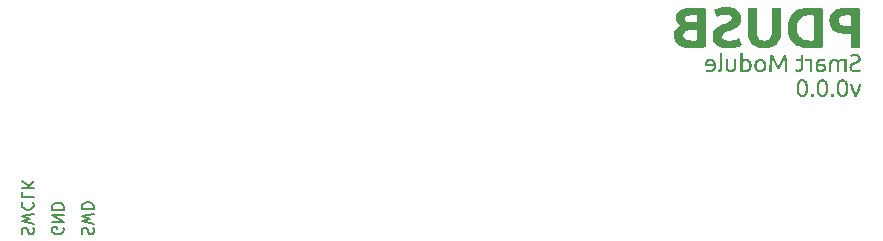
<source format=gbr>
%TF.GenerationSoftware,KiCad,Pcbnew,8.0.3*%
%TF.CreationDate,2024-06-27T20:48:53-04:00*%
%TF.ProjectId,charger-module,63686172-6765-4722-9d6d-6f64756c652e,v0.0.0*%
%TF.SameCoordinates,Original*%
%TF.FileFunction,Legend,Bot*%
%TF.FilePolarity,Positive*%
%FSLAX46Y46*%
G04 Gerber Fmt 4.6, Leading zero omitted, Abs format (unit mm)*
G04 Created by KiCad (PCBNEW 8.0.3) date 2024-06-27 20:48:53*
%MOMM*%
%LPD*%
G01*
G04 APERTURE LIST*
%ADD10C,0.150000*%
%ADD11C,0.200000*%
%ADD12C,0.650000*%
%ADD13O,2.100000X1.000000*%
%ADD14O,1.600000X1.000000*%
%ADD15R,1.700000X1.700000*%
%ADD16O,1.700000X1.700000*%
%ADD17R,3.200000X0.700000*%
%ADD18R,4.300000X0.700000*%
%ADD19C,6.000000*%
G04 APERTURE END LIST*
D10*
X13622561Y-21139411D02*
X13670180Y-21234649D01*
X13670180Y-21234649D02*
X13670180Y-21377506D01*
X13670180Y-21377506D02*
X13622561Y-21520363D01*
X13622561Y-21520363D02*
X13527323Y-21615601D01*
X13527323Y-21615601D02*
X13432085Y-21663220D01*
X13432085Y-21663220D02*
X13241609Y-21710839D01*
X13241609Y-21710839D02*
X13098752Y-21710839D01*
X13098752Y-21710839D02*
X12908276Y-21663220D01*
X12908276Y-21663220D02*
X12813038Y-21615601D01*
X12813038Y-21615601D02*
X12717800Y-21520363D01*
X12717800Y-21520363D02*
X12670180Y-21377506D01*
X12670180Y-21377506D02*
X12670180Y-21282268D01*
X12670180Y-21282268D02*
X12717800Y-21139411D01*
X12717800Y-21139411D02*
X12765419Y-21091792D01*
X12765419Y-21091792D02*
X13098752Y-21091792D01*
X13098752Y-21091792D02*
X13098752Y-21282268D01*
X12670180Y-20663220D02*
X13670180Y-20663220D01*
X13670180Y-20663220D02*
X12670180Y-20091792D01*
X12670180Y-20091792D02*
X13670180Y-20091792D01*
X12670180Y-19615601D02*
X13670180Y-19615601D01*
X13670180Y-19615601D02*
X13670180Y-19377506D01*
X13670180Y-19377506D02*
X13622561Y-19234649D01*
X13622561Y-19234649D02*
X13527323Y-19139411D01*
X13527323Y-19139411D02*
X13432085Y-19091792D01*
X13432085Y-19091792D02*
X13241609Y-19044173D01*
X13241609Y-19044173D02*
X13098752Y-19044173D01*
X13098752Y-19044173D02*
X12908276Y-19091792D01*
X12908276Y-19091792D02*
X12813038Y-19139411D01*
X12813038Y-19139411D02*
X12717800Y-19234649D01*
X12717800Y-19234649D02*
X12670180Y-19377506D01*
X12670180Y-19377506D02*
X12670180Y-19615601D01*
X10177800Y-21710839D02*
X10130180Y-21567982D01*
X10130180Y-21567982D02*
X10130180Y-21329887D01*
X10130180Y-21329887D02*
X10177800Y-21234649D01*
X10177800Y-21234649D02*
X10225419Y-21187030D01*
X10225419Y-21187030D02*
X10320657Y-21139411D01*
X10320657Y-21139411D02*
X10415895Y-21139411D01*
X10415895Y-21139411D02*
X10511133Y-21187030D01*
X10511133Y-21187030D02*
X10558752Y-21234649D01*
X10558752Y-21234649D02*
X10606371Y-21329887D01*
X10606371Y-21329887D02*
X10653990Y-21520363D01*
X10653990Y-21520363D02*
X10701609Y-21615601D01*
X10701609Y-21615601D02*
X10749228Y-21663220D01*
X10749228Y-21663220D02*
X10844466Y-21710839D01*
X10844466Y-21710839D02*
X10939704Y-21710839D01*
X10939704Y-21710839D02*
X11034942Y-21663220D01*
X11034942Y-21663220D02*
X11082561Y-21615601D01*
X11082561Y-21615601D02*
X11130180Y-21520363D01*
X11130180Y-21520363D02*
X11130180Y-21282268D01*
X11130180Y-21282268D02*
X11082561Y-21139411D01*
X11130180Y-20806077D02*
X10130180Y-20567982D01*
X10130180Y-20567982D02*
X10844466Y-20377506D01*
X10844466Y-20377506D02*
X10130180Y-20187030D01*
X10130180Y-20187030D02*
X11130180Y-19948935D01*
X10225419Y-18996554D02*
X10177800Y-19044173D01*
X10177800Y-19044173D02*
X10130180Y-19187030D01*
X10130180Y-19187030D02*
X10130180Y-19282268D01*
X10130180Y-19282268D02*
X10177800Y-19425125D01*
X10177800Y-19425125D02*
X10273038Y-19520363D01*
X10273038Y-19520363D02*
X10368276Y-19567982D01*
X10368276Y-19567982D02*
X10558752Y-19615601D01*
X10558752Y-19615601D02*
X10701609Y-19615601D01*
X10701609Y-19615601D02*
X10892085Y-19567982D01*
X10892085Y-19567982D02*
X10987323Y-19520363D01*
X10987323Y-19520363D02*
X11082561Y-19425125D01*
X11082561Y-19425125D02*
X11130180Y-19282268D01*
X11130180Y-19282268D02*
X11130180Y-19187030D01*
X11130180Y-19187030D02*
X11082561Y-19044173D01*
X11082561Y-19044173D02*
X11034942Y-18996554D01*
X10130180Y-18091792D02*
X10130180Y-18567982D01*
X10130180Y-18567982D02*
X11130180Y-18567982D01*
X10130180Y-17758458D02*
X11130180Y-17758458D01*
X10130180Y-17187030D02*
X10701609Y-17615601D01*
X11130180Y-17187030D02*
X10558752Y-17758458D01*
G36*
X80224546Y-8942976D02*
G01*
X80245595Y-9019970D01*
X80267525Y-9096162D01*
X80290337Y-9171553D01*
X80314030Y-9246142D01*
X80338605Y-9319930D01*
X80364062Y-9392917D01*
X80390400Y-9465102D01*
X80417620Y-9536486D01*
X80445166Y-9606542D01*
X80472483Y-9674743D01*
X80506307Y-9757386D01*
X80539774Y-9837131D01*
X80572882Y-9913978D01*
X80605633Y-9987927D01*
X80631577Y-10045000D01*
X80808897Y-10045000D01*
X80841371Y-9973369D01*
X80874220Y-9898840D01*
X80907445Y-9821414D01*
X80941046Y-9741089D01*
X80975022Y-9657866D01*
X81002474Y-9589202D01*
X81023220Y-9536486D01*
X81050440Y-9465102D01*
X81076778Y-9392917D01*
X81102234Y-9319930D01*
X81126810Y-9246142D01*
X81150503Y-9171553D01*
X81173315Y-9096162D01*
X81195245Y-9019970D01*
X81216294Y-8942976D01*
X81005268Y-8942976D01*
X80986763Y-9015146D01*
X80966007Y-9090606D01*
X80945184Y-9162062D01*
X80923038Y-9234469D01*
X80900104Y-9306518D01*
X80876384Y-9378209D01*
X80871545Y-9392505D01*
X80846973Y-9463037D01*
X80822258Y-9532210D01*
X80794906Y-9606729D01*
X80792411Y-9613422D01*
X80765224Y-9684034D01*
X80736750Y-9754943D01*
X80716207Y-9803932D01*
X80686370Y-9732016D01*
X80657648Y-9658978D01*
X80640369Y-9613422D01*
X80612836Y-9539052D01*
X80588107Y-9470015D01*
X80563663Y-9399619D01*
X80561235Y-9392505D01*
X80537163Y-9320885D01*
X80513951Y-9248907D01*
X80491597Y-9176572D01*
X80487229Y-9162062D01*
X80466406Y-9090606D01*
X80445650Y-9015146D01*
X80427145Y-8942976D01*
X80224546Y-8942976D01*
G37*
G36*
X79629685Y-8568580D02*
G01*
X79709987Y-8580000D01*
X79783283Y-8605125D01*
X79849572Y-8643954D01*
X79908854Y-8696487D01*
X79961130Y-8762725D01*
X79969109Y-8775068D01*
X80005205Y-8841636D01*
X80034969Y-8916290D01*
X80058400Y-8999030D01*
X80072585Y-9071043D01*
X80082717Y-9148231D01*
X80088796Y-9230595D01*
X80090823Y-9318133D01*
X80088796Y-9405671D01*
X80082717Y-9488034D01*
X80072585Y-9565223D01*
X80054220Y-9654431D01*
X80029523Y-9735553D01*
X79998493Y-9808590D01*
X79961130Y-9873541D01*
X79944483Y-9897143D01*
X79889872Y-9958812D01*
X79828254Y-10006777D01*
X79759630Y-10041038D01*
X79683998Y-10061595D01*
X79601360Y-10068447D01*
X79572993Y-10067685D01*
X79492596Y-10056265D01*
X79419257Y-10031141D01*
X79352977Y-9992312D01*
X79293755Y-9939779D01*
X79241591Y-9873541D01*
X79233589Y-9861198D01*
X79197391Y-9794630D01*
X79167543Y-9719976D01*
X79144046Y-9637236D01*
X79129821Y-9565223D01*
X79119660Y-9488034D01*
X79113563Y-9405671D01*
X79111531Y-9318133D01*
X79318527Y-9318133D01*
X79319887Y-9391563D01*
X79324523Y-9469526D01*
X79332449Y-9544546D01*
X79338202Y-9583572D01*
X79353727Y-9655906D01*
X79378611Y-9730659D01*
X79380671Y-9735596D01*
X79416804Y-9802100D01*
X79466172Y-9857421D01*
X79527446Y-9892592D01*
X79601360Y-9904316D01*
X79671025Y-9894012D01*
X79736549Y-9857421D01*
X79739962Y-9854436D01*
X79788631Y-9798107D01*
X79824110Y-9730659D01*
X79837481Y-9694580D01*
X79857569Y-9620692D01*
X79870638Y-9544546D01*
X79878356Y-9469526D01*
X79882870Y-9391563D01*
X79884193Y-9318133D01*
X79882870Y-9244738D01*
X79878356Y-9166897D01*
X79870638Y-9092086D01*
X79864760Y-9052935D01*
X79849064Y-8980429D01*
X79824110Y-8905607D01*
X79822050Y-8900670D01*
X79785916Y-8834257D01*
X79736549Y-8779211D01*
X79675274Y-8743765D01*
X79601360Y-8731950D01*
X79531696Y-8742334D01*
X79466172Y-8779211D01*
X79462759Y-8782174D01*
X79414090Y-8838239D01*
X79378611Y-8905607D01*
X79365257Y-8941703D01*
X79345295Y-9015716D01*
X79332449Y-9092086D01*
X79324523Y-9166897D01*
X79319887Y-9244738D01*
X79318527Y-9318133D01*
X79111531Y-9318133D01*
X79113563Y-9230595D01*
X79119660Y-9148231D01*
X79129821Y-9071043D01*
X79148237Y-8981835D01*
X79173005Y-8900712D01*
X79204122Y-8827675D01*
X79241591Y-8762725D01*
X79258194Y-8739123D01*
X79312711Y-8677453D01*
X79374286Y-8629488D01*
X79442919Y-8595227D01*
X79518611Y-8574671D01*
X79601360Y-8567819D01*
X79629685Y-8568580D01*
G37*
G36*
X78611444Y-9927763D02*
G01*
X78629453Y-9998918D01*
X78649546Y-10026681D01*
X78714420Y-10064368D01*
X78752494Y-10068447D01*
X78826733Y-10050460D01*
X78856175Y-10026681D01*
X78890926Y-9958546D01*
X78893911Y-9927763D01*
X78874417Y-9853892D01*
X78856175Y-9829211D01*
X78790798Y-9791193D01*
X78752494Y-9787079D01*
X78678736Y-9805224D01*
X78649546Y-9829211D01*
X78614458Y-9897009D01*
X78611444Y-9927763D01*
G37*
G36*
X77929755Y-8568580D02*
G01*
X78010057Y-8580000D01*
X78083353Y-8605125D01*
X78149642Y-8643954D01*
X78208924Y-8696487D01*
X78261200Y-8762725D01*
X78269179Y-8775068D01*
X78305275Y-8841636D01*
X78335039Y-8916290D01*
X78358469Y-8999030D01*
X78372655Y-9071043D01*
X78382787Y-9148231D01*
X78388866Y-9230595D01*
X78390893Y-9318133D01*
X78388866Y-9405671D01*
X78382787Y-9488034D01*
X78372655Y-9565223D01*
X78354290Y-9654431D01*
X78329593Y-9735553D01*
X78298562Y-9808590D01*
X78261200Y-9873541D01*
X78244553Y-9897143D01*
X78189942Y-9958812D01*
X78128324Y-10006777D01*
X78059699Y-10041038D01*
X77984068Y-10061595D01*
X77901430Y-10068447D01*
X77873063Y-10067685D01*
X77792666Y-10056265D01*
X77719327Y-10031141D01*
X77653047Y-9992312D01*
X77593824Y-9939779D01*
X77541660Y-9873541D01*
X77533659Y-9861198D01*
X77497461Y-9794630D01*
X77467613Y-9719976D01*
X77444116Y-9637236D01*
X77429891Y-9565223D01*
X77419730Y-9488034D01*
X77413633Y-9405671D01*
X77411601Y-9318133D01*
X77618597Y-9318133D01*
X77619956Y-9391563D01*
X77624592Y-9469526D01*
X77632519Y-9544546D01*
X77638272Y-9583572D01*
X77653796Y-9655906D01*
X77678681Y-9730659D01*
X77680740Y-9735596D01*
X77716874Y-9802100D01*
X77766242Y-9857421D01*
X77827516Y-9892592D01*
X77901430Y-9904316D01*
X77971095Y-9894012D01*
X78036618Y-9857421D01*
X78040031Y-9854436D01*
X78088701Y-9798107D01*
X78124180Y-9730659D01*
X78137551Y-9694580D01*
X78157639Y-9620692D01*
X78170708Y-9544546D01*
X78178425Y-9469526D01*
X78182940Y-9391563D01*
X78184263Y-9318133D01*
X78182940Y-9244738D01*
X78178425Y-9166897D01*
X78170708Y-9092086D01*
X78164830Y-9052935D01*
X78149134Y-8980429D01*
X78124180Y-8905607D01*
X78122120Y-8900670D01*
X78085986Y-8834257D01*
X78036618Y-8779211D01*
X77975344Y-8743765D01*
X77901430Y-8731950D01*
X77831765Y-8742334D01*
X77766242Y-8779211D01*
X77762829Y-8782174D01*
X77714160Y-8838239D01*
X77678681Y-8905607D01*
X77665327Y-8941703D01*
X77645364Y-9015716D01*
X77632519Y-9092086D01*
X77624592Y-9166897D01*
X77619956Y-9244738D01*
X77618597Y-9318133D01*
X77411601Y-9318133D01*
X77413633Y-9230595D01*
X77419730Y-9148231D01*
X77429891Y-9071043D01*
X77448307Y-8981835D01*
X77473074Y-8900712D01*
X77504192Y-8827675D01*
X77541660Y-8762725D01*
X77558264Y-8739123D01*
X77612781Y-8677453D01*
X77674356Y-8629488D01*
X77742989Y-8595227D01*
X77818680Y-8574671D01*
X77901430Y-8567819D01*
X77929755Y-8568580D01*
G37*
G36*
X76911514Y-9927763D02*
G01*
X76929523Y-9998918D01*
X76949616Y-10026681D01*
X77014489Y-10064368D01*
X77052564Y-10068447D01*
X77126803Y-10050460D01*
X77156245Y-10026681D01*
X77190996Y-9958546D01*
X77193981Y-9927763D01*
X77174486Y-9853892D01*
X77156245Y-9829211D01*
X77090868Y-9791193D01*
X77052564Y-9787079D01*
X76978806Y-9805224D01*
X76949616Y-9829211D01*
X76914528Y-9897009D01*
X76911514Y-9927763D01*
G37*
G36*
X76229824Y-8568580D02*
G01*
X76310127Y-8580000D01*
X76383423Y-8605125D01*
X76449712Y-8643954D01*
X76508994Y-8696487D01*
X76561270Y-8762725D01*
X76569249Y-8775068D01*
X76605345Y-8841636D01*
X76635108Y-8916290D01*
X76658539Y-8999030D01*
X76672724Y-9071043D01*
X76682857Y-9148231D01*
X76688936Y-9230595D01*
X76690963Y-9318133D01*
X76688936Y-9405671D01*
X76682857Y-9488034D01*
X76672724Y-9565223D01*
X76654360Y-9654431D01*
X76629662Y-9735553D01*
X76598632Y-9808590D01*
X76561270Y-9873541D01*
X76544623Y-9897143D01*
X76490012Y-9958812D01*
X76428394Y-10006777D01*
X76359769Y-10041038D01*
X76284138Y-10061595D01*
X76201500Y-10068447D01*
X76173132Y-10067685D01*
X76092735Y-10056265D01*
X76019397Y-10031141D01*
X75953116Y-9992312D01*
X75893894Y-9939779D01*
X75841730Y-9873541D01*
X75833728Y-9861198D01*
X75797530Y-9794630D01*
X75767683Y-9719976D01*
X75744186Y-9637236D01*
X75729960Y-9565223D01*
X75719800Y-9488034D01*
X75713703Y-9405671D01*
X75711671Y-9318133D01*
X75918667Y-9318133D01*
X75920026Y-9391563D01*
X75924662Y-9469526D01*
X75932588Y-9544546D01*
X75938342Y-9583572D01*
X75953866Y-9655906D01*
X75978750Y-9730659D01*
X75980810Y-9735596D01*
X76016944Y-9802100D01*
X76066311Y-9857421D01*
X76127586Y-9892592D01*
X76201500Y-9904316D01*
X76271165Y-9894012D01*
X76336688Y-9857421D01*
X76340101Y-9854436D01*
X76388770Y-9798107D01*
X76424249Y-9730659D01*
X76437621Y-9694580D01*
X76457709Y-9620692D01*
X76470778Y-9544546D01*
X76478495Y-9469526D01*
X76483009Y-9391563D01*
X76484333Y-9318133D01*
X76483009Y-9244738D01*
X76478495Y-9166897D01*
X76470778Y-9092086D01*
X76464900Y-9052935D01*
X76449204Y-8980429D01*
X76424249Y-8905607D01*
X76422190Y-8900670D01*
X76386056Y-8834257D01*
X76336688Y-8779211D01*
X76275414Y-8743765D01*
X76201500Y-8731950D01*
X76131835Y-8742334D01*
X76066311Y-8779211D01*
X76062899Y-8782174D01*
X76014229Y-8838239D01*
X75978750Y-8905607D01*
X75965397Y-8941703D01*
X75945434Y-9015716D01*
X75932588Y-9092086D01*
X75924662Y-9166897D01*
X75920026Y-9244738D01*
X75918667Y-9318133D01*
X75711671Y-9318133D01*
X75713703Y-9230595D01*
X75719800Y-9148231D01*
X75729960Y-9071043D01*
X75748377Y-8981835D01*
X75773144Y-8900712D01*
X75804262Y-8827675D01*
X75841730Y-8762725D01*
X75858334Y-8739123D01*
X75912851Y-8677453D01*
X75974426Y-8629488D01*
X76043059Y-8595227D01*
X76118750Y-8574671D01*
X76201500Y-8567819D01*
X76229824Y-8568580D01*
G37*
G36*
X80728663Y-7804316D02*
G01*
X80653530Y-7800755D01*
X80573701Y-7786290D01*
X80498567Y-7754245D01*
X80439400Y-7696607D01*
X80410912Y-7617161D01*
X80408094Y-7576437D01*
X80418169Y-7500574D01*
X80436671Y-7457002D01*
X80482532Y-7397925D01*
X80513607Y-7371639D01*
X80579496Y-7331740D01*
X80624249Y-7313021D01*
X80696635Y-7287879D01*
X80756140Y-7268325D01*
X80829508Y-7243321D01*
X80899173Y-7213649D01*
X80908182Y-7209340D01*
X80975226Y-7171055D01*
X81032745Y-7126542D01*
X81082595Y-7070585D01*
X81116277Y-7012969D01*
X81139083Y-6940245D01*
X81146566Y-6865493D01*
X81146685Y-6853967D01*
X81140426Y-6773564D01*
X81121650Y-6701296D01*
X81084865Y-6628664D01*
X81031731Y-6566657D01*
X81015893Y-6552815D01*
X80953920Y-6510560D01*
X80882446Y-6478684D01*
X80801470Y-6457186D01*
X80724499Y-6447019D01*
X80655024Y-6444371D01*
X80574266Y-6447162D01*
X80498231Y-6455534D01*
X80420048Y-6471190D01*
X80413224Y-6472948D01*
X80339808Y-6495101D01*
X80271077Y-6524822D01*
X80253855Y-6535230D01*
X80319434Y-6688736D01*
X80387317Y-6656495D01*
X80451325Y-6634881D01*
X80527185Y-6617802D01*
X80605581Y-6609765D01*
X80655024Y-6608503D01*
X80728970Y-6614183D01*
X80764933Y-6621692D01*
X80833764Y-6648894D01*
X80853593Y-6661259D01*
X80906318Y-6715587D01*
X80913677Y-6727937D01*
X80934607Y-6799627D01*
X80935659Y-6822826D01*
X80924750Y-6897774D01*
X80912578Y-6925774D01*
X80864537Y-6984646D01*
X80846999Y-6999047D01*
X80782660Y-7037175D01*
X80749180Y-7051071D01*
X80678483Y-7074999D01*
X80625348Y-7091371D01*
X80550852Y-7117468D01*
X80481555Y-7146347D01*
X80451325Y-7160614D01*
X80386150Y-7197469D01*
X80325345Y-7243338D01*
X80314305Y-7253304D01*
X80265570Y-7308301D01*
X80228589Y-7372315D01*
X80224546Y-7381531D01*
X80202757Y-7452387D01*
X80193450Y-7529107D01*
X80192672Y-7561416D01*
X80199387Y-7642838D01*
X80219530Y-7715600D01*
X80258994Y-7788151D01*
X80315998Y-7849391D01*
X80332990Y-7862934D01*
X80399883Y-7904047D01*
X80477787Y-7935062D01*
X80553323Y-7953609D01*
X80636949Y-7964737D01*
X80712816Y-7968344D01*
X80728663Y-7968447D01*
X80806743Y-7965871D01*
X80883462Y-7957444D01*
X80888032Y-7956723D01*
X80961049Y-7943415D01*
X81018091Y-7929612D01*
X81088899Y-7906755D01*
X81116277Y-7895907D01*
X81180390Y-7865132D01*
X81119207Y-7709061D01*
X81048689Y-7742059D01*
X80977718Y-7768487D01*
X80971563Y-7770610D01*
X80898066Y-7789800D01*
X80822160Y-7800333D01*
X80746442Y-7804184D01*
X80728663Y-7804316D01*
G37*
G36*
X79964427Y-6897930D02*
G01*
X79891730Y-6881648D01*
X79813359Y-6866755D01*
X79786374Y-6862027D01*
X79713595Y-6851980D01*
X79634018Y-6845655D01*
X79556587Y-6843143D01*
X79529553Y-6842976D01*
X79455158Y-6846994D01*
X79380345Y-6861841D01*
X79352233Y-6871552D01*
X79286287Y-6906723D01*
X79232065Y-6955083D01*
X79185903Y-6925408D01*
X79119185Y-6892910D01*
X79107868Y-6888405D01*
X79035684Y-6864870D01*
X79004553Y-6856898D01*
X78929820Y-6844934D01*
X78881821Y-6842976D01*
X78807332Y-6846518D01*
X78729846Y-6860119D01*
X78675191Y-6879246D01*
X78611649Y-6916802D01*
X78558352Y-6969959D01*
X78549528Y-6982194D01*
X78513459Y-7049836D01*
X78491560Y-7122845D01*
X78488346Y-7139731D01*
X78478146Y-7216632D01*
X78473346Y-7292556D01*
X78472592Y-7339033D01*
X78472592Y-7945000D01*
X78668963Y-7945000D01*
X78668963Y-7391057D01*
X78670786Y-7314110D01*
X78677335Y-7238708D01*
X78678489Y-7230223D01*
X78695741Y-7158180D01*
X78714392Y-7118115D01*
X78764676Y-7064260D01*
X78786200Y-7052170D01*
X78860802Y-7032665D01*
X78903070Y-7030554D01*
X78977995Y-7034908D01*
X79050171Y-7050750D01*
X79066835Y-7056933D01*
X79133313Y-7089187D01*
X79154030Y-7104193D01*
X79135539Y-7177854D01*
X79128750Y-7219965D01*
X79121715Y-7296861D01*
X79120324Y-7351856D01*
X79120324Y-7945000D01*
X79316695Y-7945000D01*
X79316695Y-7391057D01*
X79318729Y-7314110D01*
X79326033Y-7238708D01*
X79327320Y-7230223D01*
X79345490Y-7158180D01*
X79364323Y-7118115D01*
X79414606Y-7064260D01*
X79436130Y-7052170D01*
X79509867Y-7032665D01*
X79551168Y-7030554D01*
X79614549Y-7032752D01*
X79679030Y-7037882D01*
X79734717Y-7045209D01*
X79768422Y-7051437D01*
X79768422Y-7945000D01*
X79964427Y-7945000D01*
X79964427Y-6897930D01*
G37*
G36*
X77841472Y-6843530D02*
G01*
X77920764Y-6848530D01*
X77995219Y-6858729D01*
X78049990Y-6869690D01*
X78121615Y-6891336D01*
X78098534Y-7072686D01*
X78063316Y-7060961D01*
X77990090Y-7044476D01*
X77971486Y-7041213D01*
X77894989Y-7032852D01*
X77820097Y-7030554D01*
X77771127Y-7032546D01*
X77696632Y-7047407D01*
X77685046Y-7051706D01*
X77621894Y-7091737D01*
X77583792Y-7155484D01*
X77573168Y-7227658D01*
X77573168Y-7269057D01*
X77602843Y-7262829D01*
X77652302Y-7253304D01*
X77712386Y-7244877D01*
X77773569Y-7241580D01*
X77796616Y-7241883D01*
X77875295Y-7247724D01*
X77950889Y-7260997D01*
X77956135Y-7262232D01*
X78029932Y-7285819D01*
X78098534Y-7321448D01*
X78155046Y-7368617D01*
X78198551Y-7428792D01*
X78205164Y-7441520D01*
X78228472Y-7511920D01*
X78235554Y-7587794D01*
X78235277Y-7605750D01*
X78226662Y-7682987D01*
X78204047Y-7753757D01*
X78168691Y-7812190D01*
X78115387Y-7864399D01*
X78053013Y-7900578D01*
X77980198Y-7925582D01*
X77960461Y-7930133D01*
X77887772Y-7941283D01*
X77809473Y-7945000D01*
X77751951Y-7944018D01*
X77677581Y-7939870D01*
X77629187Y-7935646D01*
X77554483Y-7928147D01*
X77526639Y-7924964D01*
X77451901Y-7914591D01*
X77381193Y-7902868D01*
X77381193Y-7454438D01*
X77573168Y-7454438D01*
X77573168Y-7742766D01*
X77589735Y-7746208D01*
X77662927Y-7754490D01*
X77713066Y-7756494D01*
X77786392Y-7757421D01*
X77821398Y-7756527D01*
X77895853Y-7747081D01*
X77969940Y-7720785D01*
X78022539Y-7665339D01*
X78037351Y-7589626D01*
X78036922Y-7577204D01*
X78009874Y-7507561D01*
X78002793Y-7499981D01*
X77941364Y-7458468D01*
X77923009Y-7451210D01*
X77850872Y-7435020D01*
X77832380Y-7433028D01*
X77756716Y-7429159D01*
X77716552Y-7429874D01*
X77642044Y-7436486D01*
X77573168Y-7454438D01*
X77381193Y-7454438D01*
X77381193Y-7245610D01*
X77381380Y-7229053D01*
X77387190Y-7155362D01*
X77402442Y-7082944D01*
X77428379Y-7018072D01*
X77473150Y-6955450D01*
X77476273Y-6952108D01*
X77534696Y-6905156D01*
X77603942Y-6872285D01*
X77652442Y-6858117D01*
X77726304Y-6846439D01*
X77803244Y-6842976D01*
X77841472Y-6843530D01*
G37*
G36*
X76656158Y-6842976D02*
G01*
X76598272Y-6846273D01*
X76533792Y-6854699D01*
X76475907Y-6865324D01*
X76436706Y-6874849D01*
X76470411Y-7062062D01*
X76544012Y-7042985D01*
X76547348Y-7042278D01*
X76622150Y-7032489D01*
X76685833Y-7030554D01*
X76760877Y-7036096D01*
X76794644Y-7042278D01*
X76865352Y-7058032D01*
X76865352Y-7945000D01*
X77061357Y-7945000D01*
X77061357Y-6912951D01*
X76988692Y-6889896D01*
X76913735Y-6870957D01*
X76888433Y-6865324D01*
X76814208Y-6852600D01*
X76734096Y-6845158D01*
X76656158Y-6842976D01*
G37*
G36*
X76067411Y-6842976D02*
G01*
X75651587Y-6842976D01*
X75651587Y-7030554D01*
X76067411Y-7030554D01*
X76067411Y-7500600D01*
X76063895Y-7574511D01*
X76054954Y-7627362D01*
X76024448Y-7696315D01*
X76016852Y-7705764D01*
X75953471Y-7745697D01*
X75880306Y-7757135D01*
X75864811Y-7757421D01*
X75789420Y-7753074D01*
X75722662Y-7737637D01*
X75653379Y-7711351D01*
X75647557Y-7709061D01*
X75609455Y-7886015D01*
X75678904Y-7912324D01*
X75713136Y-7923018D01*
X75786842Y-7938796D01*
X75864059Y-7944806D01*
X75881664Y-7945000D01*
X75960232Y-7941084D01*
X76032905Y-7928005D01*
X76066678Y-7917156D01*
X76132165Y-7882351D01*
X76183548Y-7833625D01*
X76223204Y-7766830D01*
X76245830Y-7695872D01*
X76258102Y-7619476D01*
X76263151Y-7546181D01*
X76263782Y-7506828D01*
X76263782Y-6547686D01*
X76067411Y-6514713D01*
X76067411Y-6842976D01*
G37*
G36*
X74252808Y-7733974D02*
G01*
X74282820Y-7664813D01*
X74308862Y-7606479D01*
X74340368Y-7536204D01*
X74371507Y-7466805D01*
X74383967Y-7439050D01*
X74414690Y-7370735D01*
X74446958Y-7300977D01*
X74469330Y-7253670D01*
X74502457Y-7183723D01*
X74534245Y-7116764D01*
X74554692Y-7073785D01*
X74588653Y-7003100D01*
X74622860Y-6934836D01*
X74629431Y-6922110D01*
X74664297Y-6856654D01*
X74685484Y-6819528D01*
X74692501Y-6898392D01*
X74699123Y-6979276D01*
X74705352Y-7062182D01*
X74711187Y-7147110D01*
X74716629Y-7234059D01*
X74721677Y-7323029D01*
X74723586Y-7359183D01*
X74728068Y-7449992D01*
X74732352Y-7541070D01*
X74736440Y-7632416D01*
X74739568Y-7705686D01*
X74742570Y-7779128D01*
X74745447Y-7852741D01*
X74748198Y-7926526D01*
X74748866Y-7945000D01*
X74949267Y-7945000D01*
X74945475Y-7862295D01*
X74941473Y-7779275D01*
X74937260Y-7695940D01*
X74932838Y-7612289D01*
X74930216Y-7564347D01*
X74925427Y-7480656D01*
X74920358Y-7397561D01*
X74915009Y-7315062D01*
X74909379Y-7233159D01*
X74906036Y-7186625D01*
X74899857Y-7105817D01*
X74893504Y-7025920D01*
X74886974Y-6946935D01*
X74880270Y-6868862D01*
X74876360Y-6824658D01*
X74869310Y-6748472D01*
X74861945Y-6674110D01*
X74853141Y-6591358D01*
X74843924Y-6510987D01*
X74841556Y-6491266D01*
X74662404Y-6491266D01*
X74622159Y-6557124D01*
X74583919Y-6623756D01*
X74548158Y-6689232D01*
X74540038Y-6704490D01*
X74503179Y-6774631D01*
X74466377Y-6846569D01*
X74429634Y-6920304D01*
X74409246Y-6962044D01*
X74376731Y-7029272D01*
X74344766Y-7096500D01*
X74313350Y-7163728D01*
X74282484Y-7230956D01*
X74248909Y-7304703D01*
X74217015Y-7374683D01*
X74183548Y-7448021D01*
X74170743Y-7476053D01*
X74138106Y-7404576D01*
X74106959Y-7336271D01*
X74074131Y-7264197D01*
X74059002Y-7230956D01*
X74028158Y-7163728D01*
X73996811Y-7096500D01*
X73964960Y-7029272D01*
X73932606Y-6962044D01*
X73899839Y-6895526D01*
X73863031Y-6822390D01*
X73826282Y-6751051D01*
X73801814Y-6704490D01*
X73765592Y-6637855D01*
X73726909Y-6569935D01*
X73686259Y-6502661D01*
X73679082Y-6491266D01*
X73499563Y-6491266D01*
X73490728Y-6579291D01*
X73482172Y-6667693D01*
X73473898Y-6756474D01*
X73465904Y-6845632D01*
X73458190Y-6935168D01*
X73450757Y-7025082D01*
X73443604Y-7115373D01*
X73436732Y-7206043D01*
X73430140Y-7297090D01*
X73423829Y-7388515D01*
X73417798Y-7480318D01*
X73412048Y-7572499D01*
X73406578Y-7665057D01*
X73401389Y-7757993D01*
X73396480Y-7851308D01*
X73391852Y-7945000D01*
X73592254Y-7945000D01*
X73594978Y-7871171D01*
X73597841Y-7797515D01*
X73600840Y-7724030D01*
X73603977Y-7650717D01*
X73608092Y-7559318D01*
X73612421Y-7468186D01*
X73616964Y-7377323D01*
X73617899Y-7359183D01*
X73622684Y-7269404D01*
X73627881Y-7181647D01*
X73633489Y-7095911D01*
X73639509Y-7012196D01*
X73645940Y-6930503D01*
X73652782Y-6850831D01*
X73655635Y-6819528D01*
X73693183Y-6886890D01*
X73711688Y-6922110D01*
X73745525Y-6988829D01*
X73779285Y-7058072D01*
X73786793Y-7073785D01*
X73820146Y-7144301D01*
X73852544Y-7212505D01*
X73872156Y-7253670D01*
X73905283Y-7324390D01*
X73937071Y-7393667D01*
X73957519Y-7439050D01*
X73989118Y-7509985D01*
X74019025Y-7576928D01*
X74032257Y-7606479D01*
X74063673Y-7677004D01*
X74088311Y-7733974D01*
X74252808Y-7733974D01*
G37*
G36*
X72694157Y-6845495D02*
G01*
X72772433Y-6858718D01*
X72845969Y-6883276D01*
X72891788Y-6905395D01*
X72954419Y-6946645D01*
X73009734Y-6997581D01*
X73045866Y-7041763D01*
X73086558Y-7107975D01*
X73116346Y-7176001D01*
X73137831Y-7250088D01*
X73150397Y-7329283D01*
X73154082Y-7405711D01*
X73150397Y-7483192D01*
X73137831Y-7562800D01*
X73116346Y-7636521D01*
X73095395Y-7686209D01*
X73056841Y-7754044D01*
X73009734Y-7813841D01*
X72973670Y-7848898D01*
X72913478Y-7893497D01*
X72845969Y-7928513D01*
X72791262Y-7947817D01*
X72714171Y-7963728D01*
X72639340Y-7968447D01*
X72584363Y-7965951D01*
X72505932Y-7952848D01*
X72432344Y-7928513D01*
X72386549Y-7906234D01*
X72324038Y-7864829D01*
X72268946Y-7813841D01*
X72232666Y-7769746D01*
X72191957Y-7703921D01*
X72162334Y-7636521D01*
X72159990Y-7630062D01*
X72139115Y-7555806D01*
X72127953Y-7483192D01*
X72124232Y-7405711D01*
X72329030Y-7405711D01*
X72331966Y-7468033D01*
X72345018Y-7543275D01*
X72372182Y-7617194D01*
X72412561Y-7679752D01*
X72428685Y-7697822D01*
X72490108Y-7745221D01*
X72563338Y-7772870D01*
X72639340Y-7780868D01*
X72665740Y-7779980D01*
X72738602Y-7766649D01*
X72808411Y-7733075D01*
X72866486Y-7679752D01*
X72898891Y-7632077D01*
X72928859Y-7560683D01*
X72944453Y-7487685D01*
X72949651Y-7405711D01*
X72946727Y-7343389D01*
X72933732Y-7268147D01*
X72906688Y-7194229D01*
X72866486Y-7131671D01*
X72850296Y-7113600D01*
X72788701Y-7066202D01*
X72715371Y-7038553D01*
X72639340Y-7030554D01*
X72612944Y-7031443D01*
X72540130Y-7044774D01*
X72470442Y-7078348D01*
X72412561Y-7131671D01*
X72380013Y-7179345D01*
X72349912Y-7250739D01*
X72334250Y-7323737D01*
X72329030Y-7405711D01*
X72124232Y-7405711D01*
X72127953Y-7329283D01*
X72140641Y-7250088D01*
X72162334Y-7176001D01*
X72183148Y-7125832D01*
X72221668Y-7057534D01*
X72268946Y-6997581D01*
X72304849Y-6962548D01*
X72364887Y-6918069D01*
X72432344Y-6883276D01*
X72487081Y-6863795D01*
X72564301Y-6847738D01*
X72639340Y-6842976D01*
X72694157Y-6845495D01*
G37*
G36*
X71145673Y-6360840D02*
G01*
X71145673Y-6916615D01*
X71184171Y-6895998D01*
X71254483Y-6868255D01*
X71272967Y-6862330D01*
X71348503Y-6847148D01*
X71421912Y-6842976D01*
X71486389Y-6846251D01*
X71559527Y-6859147D01*
X71632205Y-6884375D01*
X71665560Y-6901059D01*
X71731024Y-6945161D01*
X71787177Y-7000146D01*
X71816806Y-7039164D01*
X71854210Y-7104560D01*
X71883164Y-7178199D01*
X71901728Y-7251696D01*
X71912586Y-7330127D01*
X71915771Y-7405711D01*
X71915733Y-7413837D01*
X71911182Y-7492305D01*
X71899046Y-7565693D01*
X71876936Y-7640551D01*
X71855298Y-7690766D01*
X71815198Y-7758617D01*
X71765928Y-7817505D01*
X71728192Y-7851554D01*
X71664719Y-7894985D01*
X71593004Y-7929246D01*
X71520290Y-7951564D01*
X71441690Y-7964619D01*
X71365125Y-7968447D01*
X71348076Y-7968372D01*
X71274438Y-7966196D01*
X71198532Y-7960242D01*
X71122226Y-7949396D01*
X71096443Y-7944719D01*
X71020871Y-7929440D01*
X70949302Y-7911660D01*
X70949302Y-7114818D01*
X71145673Y-7114818D01*
X71145673Y-7757421D01*
X71155537Y-7760036D01*
X71229204Y-7773541D01*
X71289379Y-7779036D01*
X71362927Y-7780868D01*
X71410848Y-7778480D01*
X71489351Y-7762145D01*
X71557886Y-7730335D01*
X71616451Y-7683049D01*
X71657965Y-7629033D01*
X71690490Y-7556058D01*
X71706799Y-7480341D01*
X71711339Y-7405711D01*
X71707636Y-7333777D01*
X71694487Y-7257700D01*
X71677287Y-7204584D01*
X71639532Y-7138265D01*
X71604946Y-7100815D01*
X71541346Y-7059131D01*
X71470683Y-7036833D01*
X71396999Y-7030554D01*
X71319971Y-7037424D01*
X71249354Y-7058032D01*
X71210106Y-7075226D01*
X71145673Y-7114818D01*
X70949302Y-7114818D01*
X70949302Y-6327135D01*
X71145673Y-6360840D01*
G37*
G36*
X69744330Y-7890411D02*
G01*
X69817107Y-7906694D01*
X69889123Y-7920415D01*
X69922749Y-7926315D01*
X70002928Y-7936953D01*
X70082956Y-7942792D01*
X70160793Y-7944927D01*
X70178838Y-7945000D01*
X70254128Y-7941458D01*
X70327857Y-7929379D01*
X70392062Y-7908729D01*
X70456749Y-7874302D01*
X70513971Y-7826136D01*
X70531280Y-7806147D01*
X70571832Y-7743316D01*
X70601164Y-7671509D01*
X70607484Y-7649344D01*
X70622428Y-7572614D01*
X70629460Y-7496098D01*
X70630565Y-7448942D01*
X70630565Y-6842976D01*
X70434193Y-6842976D01*
X70434193Y-7396919D01*
X70431161Y-7476289D01*
X70420267Y-7554119D01*
X70398542Y-7625255D01*
X70370812Y-7673890D01*
X70311118Y-7724792D01*
X70235036Y-7750814D01*
X70157588Y-7757421D01*
X70092376Y-7755223D01*
X70028995Y-7750094D01*
X69975139Y-7743866D01*
X69940334Y-7736172D01*
X69940334Y-6842976D01*
X69744330Y-6842976D01*
X69744330Y-7890411D01*
G37*
G36*
X69084141Y-7945000D02*
G01*
X69158450Y-7939976D01*
X69231054Y-7926248D01*
X69303325Y-7897111D01*
X69341695Y-7868796D01*
X69387909Y-7803434D01*
X69410127Y-7731807D01*
X69417459Y-7654005D01*
X69417533Y-7644581D01*
X69417533Y-6360108D01*
X69221161Y-6327135D01*
X69221161Y-7589626D01*
X69213755Y-7662699D01*
X69212735Y-7666563D01*
X69185258Y-7715289D01*
X69134699Y-7742400D01*
X69062421Y-7756632D01*
X69056664Y-7757421D01*
X69084141Y-7945000D01*
G37*
G36*
X68436680Y-6844212D02*
G01*
X68512497Y-6855375D01*
X68586985Y-6878147D01*
X68620198Y-6892572D01*
X68687211Y-6932311D01*
X68747452Y-6983660D01*
X68784434Y-7025919D01*
X68826981Y-7091281D01*
X68859193Y-7160247D01*
X68866723Y-7180484D01*
X68886472Y-7252497D01*
X68897993Y-7331523D01*
X68901325Y-7408642D01*
X68898141Y-7482960D01*
X68887283Y-7560246D01*
X68868719Y-7632857D01*
X68850080Y-7682225D01*
X68814051Y-7749750D01*
X68768335Y-7809445D01*
X68727489Y-7848758D01*
X68663922Y-7893331D01*
X68596510Y-7926315D01*
X68576588Y-7933844D01*
X68505204Y-7953594D01*
X68426164Y-7965114D01*
X68348482Y-7968447D01*
X68299808Y-7967430D01*
X68221832Y-7960956D01*
X68145150Y-7947198D01*
X68089804Y-7933057D01*
X68019487Y-7907264D01*
X68046598Y-7728112D01*
X68081513Y-7741986D01*
X68153210Y-7762916D01*
X68171396Y-7767124D01*
X68248671Y-7777906D01*
X68327233Y-7780868D01*
X68382327Y-7778829D01*
X68460580Y-7767082D01*
X68534054Y-7741387D01*
X68597609Y-7697337D01*
X68622831Y-7669338D01*
X68662487Y-7601961D01*
X68685880Y-7528352D01*
X68696894Y-7452606D01*
X67945481Y-7452606D01*
X67943283Y-7416702D01*
X67943283Y-7385195D01*
X67943745Y-7351444D01*
X67948945Y-7271874D01*
X67950044Y-7265027D01*
X68148080Y-7265027D01*
X68692498Y-7265027D01*
X68689673Y-7248605D01*
X68666120Y-7178932D01*
X68656550Y-7160812D01*
X68610066Y-7103827D01*
X68588624Y-7086471D01*
X68522505Y-7051071D01*
X68477933Y-7037787D01*
X68403436Y-7030554D01*
X68353335Y-7033710D01*
X68278949Y-7053803D01*
X68214759Y-7096500D01*
X68194970Y-7118002D01*
X68158025Y-7187726D01*
X68148080Y-7265027D01*
X67950044Y-7265027D01*
X67962813Y-7185458D01*
X67985001Y-7108933D01*
X68015509Y-7042301D01*
X68061618Y-6977065D01*
X68109502Y-6931496D01*
X68174580Y-6890247D01*
X68249581Y-6861832D01*
X68321764Y-6847690D01*
X68401238Y-6842976D01*
X68436680Y-6844212D01*
G37*
D11*
G36*
X80206465Y-2514511D02*
G01*
X80389509Y-2521423D01*
X80574197Y-2532617D01*
X80746603Y-2547293D01*
X80929693Y-2570187D01*
X81105914Y-2600151D01*
X81105914Y-5905001D01*
X80338258Y-5905001D01*
X80338258Y-4756082D01*
X80097191Y-4756082D01*
X80049505Y-4755823D01*
X79865692Y-4749612D01*
X79651517Y-4730203D01*
X79454663Y-4697854D01*
X79275132Y-4652565D01*
X79082561Y-4581138D01*
X78914933Y-4491079D01*
X78840992Y-4438315D01*
X78714928Y-4315297D01*
X78617956Y-4168957D01*
X78550076Y-3999296D01*
X78511287Y-3806314D01*
X78501186Y-3627680D01*
X78501280Y-3623406D01*
X79294487Y-3623406D01*
X79301579Y-3720208D01*
X79365609Y-3888086D01*
X79496231Y-3998685D01*
X79549753Y-4022327D01*
X79728756Y-4071089D01*
X79909925Y-4093253D01*
X80097191Y-4099557D01*
X80338258Y-4099557D01*
X80338258Y-3183158D01*
X80198063Y-3174610D01*
X80033077Y-3169481D01*
X79901880Y-3172867D01*
X79727896Y-3189997D01*
X79661698Y-3202285D01*
X79494521Y-3263514D01*
X79471080Y-3277299D01*
X79346632Y-3403710D01*
X79323819Y-3449818D01*
X79294487Y-3623406D01*
X78501280Y-3623406D01*
X78502782Y-3554821D01*
X78526724Y-3351831D01*
X78579398Y-3172222D01*
X78660802Y-3015995D01*
X78770938Y-2883149D01*
X78909804Y-2773685D01*
X78989538Y-2727090D01*
X79167714Y-2647649D01*
X79335249Y-2595452D01*
X79520106Y-2555986D01*
X79722286Y-2529251D01*
X79896501Y-2517030D01*
X80081803Y-2512956D01*
X80206465Y-2514511D01*
G37*
G36*
X77056148Y-2514976D02*
G01*
X77227162Y-2521037D01*
X77399284Y-2530053D01*
X77417268Y-2531153D01*
X77594716Y-2545646D01*
X77767823Y-2566482D01*
X77953227Y-2596731D01*
X77953227Y-5870807D01*
X77769338Y-5903975D01*
X77583227Y-5928255D01*
X77412107Y-5942614D01*
X77294619Y-5949276D01*
X77108629Y-5956889D01*
X76929117Y-5959711D01*
X76844947Y-5958772D01*
X76654630Y-5949276D01*
X76472821Y-5929553D01*
X76299520Y-5899604D01*
X76111880Y-5852855D01*
X75957875Y-5800992D01*
X75794893Y-5729198D01*
X75645802Y-5644047D01*
X75494678Y-5532286D01*
X75403557Y-5448237D01*
X75282202Y-5307512D01*
X75179239Y-5149206D01*
X75103157Y-4993730D01*
X75086387Y-4952584D01*
X75030128Y-4779317D01*
X74991179Y-4592158D01*
X74971298Y-4416999D01*
X74964763Y-4233769D01*
X75757117Y-4233769D01*
X75761472Y-4355625D01*
X75790048Y-4552610D01*
X75845294Y-4728897D01*
X75927211Y-4884486D01*
X76035799Y-5019376D01*
X76053454Y-5036837D01*
X76193358Y-5143543D01*
X76361814Y-5223087D01*
X76528931Y-5269650D01*
X76717025Y-5296257D01*
X76889794Y-5303186D01*
X77060764Y-5300622D01*
X77185572Y-5292928D01*
X77185572Y-3184868D01*
X77028279Y-3172045D01*
X76865003Y-3169481D01*
X76692526Y-3176076D01*
X76505554Y-3201401D01*
X76340401Y-3245719D01*
X76175299Y-3321430D01*
X76022976Y-3439613D01*
X75932625Y-3549578D01*
X75850843Y-3700585D01*
X75794504Y-3876054D01*
X75766464Y-4045926D01*
X75757117Y-4233769D01*
X74964763Y-4233769D01*
X74964672Y-4231204D01*
X74965212Y-4174761D01*
X74975626Y-3985255D01*
X74999293Y-3808267D01*
X75042570Y-3621322D01*
X75103157Y-3450726D01*
X75149068Y-3351805D01*
X75246328Y-3188157D01*
X75362386Y-3043037D01*
X75497243Y-2916445D01*
X75613936Y-2830215D01*
X75778275Y-2735217D01*
X75937865Y-2665760D01*
X76110170Y-2610409D01*
X76177723Y-2592993D01*
X76364841Y-2554925D01*
X76536898Y-2531609D01*
X76716726Y-2517619D01*
X76904326Y-2512956D01*
X77056148Y-2514976D01*
G37*
G36*
X73007920Y-5959711D02*
G01*
X73181668Y-5953460D01*
X73362319Y-5931483D01*
X73544642Y-5888507D01*
X73628541Y-5859693D01*
X73797085Y-5781739D01*
X73944214Y-5685401D01*
X74059385Y-5581867D01*
X74174470Y-5438894D01*
X74264549Y-5276686D01*
X74310711Y-5157862D01*
X74356947Y-4982541D01*
X74382326Y-4812639D01*
X74391843Y-4632720D01*
X74391922Y-4614177D01*
X74391922Y-2512956D01*
X73623412Y-2512956D01*
X73623412Y-4551773D01*
X73613269Y-4730778D01*
X73577250Y-4901407D01*
X73505122Y-5060222D01*
X73449023Y-5135636D01*
X73307171Y-5241904D01*
X73251552Y-5264718D01*
X73081961Y-5299429D01*
X72997662Y-5303186D01*
X72817419Y-5283085D01*
X72649360Y-5215304D01*
X72542882Y-5133071D01*
X72443109Y-4987246D01*
X72388345Y-4805590D01*
X72369178Y-4626606D01*
X72367637Y-4551773D01*
X72367637Y-2512956D01*
X71599982Y-2512956D01*
X71599982Y-4614177D01*
X71608163Y-4795348D01*
X71632707Y-4967003D01*
X71678603Y-5144831D01*
X71683757Y-5160426D01*
X71751858Y-5323066D01*
X71850112Y-5481366D01*
X71940212Y-5586996D01*
X72069453Y-5699745D01*
X72220917Y-5793503D01*
X72377896Y-5862258D01*
X72553657Y-5913649D01*
X72728260Y-5943627D01*
X72918414Y-5958188D01*
X73007920Y-5959711D01*
G37*
G36*
X69947557Y-5303186D02*
G01*
X69774572Y-5293844D01*
X69679134Y-5276686D01*
X69517948Y-5210468D01*
X69509874Y-5204878D01*
X69420969Y-5097167D01*
X69396179Y-4958682D01*
X69446218Y-4792577D01*
X69554326Y-4687694D01*
X69704152Y-4604386D01*
X69877676Y-4531106D01*
X70048353Y-4469958D01*
X70095446Y-4454320D01*
X70262997Y-4392130D01*
X70430547Y-4321818D01*
X70589549Y-4236975D01*
X70731454Y-4132897D01*
X70851775Y-4007234D01*
X70947732Y-3857635D01*
X71007863Y-3690150D01*
X71030198Y-3520383D01*
X71031507Y-3463549D01*
X71016975Y-3282799D01*
X70973380Y-3117004D01*
X70943457Y-3045527D01*
X70851594Y-2893264D01*
X70731588Y-2762599D01*
X70692131Y-2729233D01*
X70548324Y-2632981D01*
X70382225Y-2556764D01*
X70298046Y-2528343D01*
X70116003Y-2485627D01*
X69934557Y-2463790D01*
X69775732Y-2458245D01*
X69589319Y-2464128D01*
X69417647Y-2481777D01*
X69244189Y-2515186D01*
X69179902Y-2532617D01*
X69003910Y-2589919D01*
X68841468Y-2656880D01*
X68766154Y-2695039D01*
X68987561Y-3301982D01*
X69148411Y-3228696D01*
X69305565Y-3172045D01*
X69484833Y-3130935D01*
X69665724Y-3115665D01*
X69726151Y-3114770D01*
X69897597Y-3123558D01*
X70072131Y-3163867D01*
X70122801Y-3189142D01*
X70231564Y-3328576D01*
X70243335Y-3416532D01*
X70198883Y-3570405D01*
X70073220Y-3682391D01*
X69918528Y-3760807D01*
X69886008Y-3773860D01*
X69722590Y-3834169D01*
X69652634Y-3858490D01*
X69478038Y-3924598D01*
X69319807Y-3990100D01*
X69190160Y-4049121D01*
X69030300Y-4137455D01*
X68887709Y-4245534D01*
X68862752Y-4268818D01*
X68748630Y-4405380D01*
X68667847Y-4563741D01*
X68621828Y-4738200D01*
X68604735Y-4914924D01*
X68603733Y-4974069D01*
X68619768Y-5168997D01*
X68667873Y-5343882D01*
X68748049Y-5498722D01*
X68860295Y-5633519D01*
X68938834Y-5701546D01*
X69101388Y-5802140D01*
X69266702Y-5868698D01*
X69455997Y-5917104D01*
X69632064Y-5943576D01*
X69824785Y-5957442D01*
X69948412Y-5959711D01*
X70125135Y-5955196D01*
X70299044Y-5940236D01*
X70357030Y-5932356D01*
X70528641Y-5902009D01*
X70679309Y-5865677D01*
X70846380Y-5811857D01*
X70920376Y-5781902D01*
X71077230Y-5705545D01*
X71090491Y-5698127D01*
X70873360Y-5086054D01*
X70714315Y-5160837D01*
X70551255Y-5219571D01*
X70496371Y-5236508D01*
X70314208Y-5277140D01*
X70140733Y-5296675D01*
X69967761Y-5303121D01*
X69947557Y-5303186D01*
G37*
G36*
X67158548Y-2515582D02*
G01*
X67338525Y-2523461D01*
X67510380Y-2535182D01*
X67664583Y-2548961D01*
X67843504Y-2570578D01*
X68026709Y-2600151D01*
X68026709Y-5862258D01*
X67989289Y-5869985D01*
X67804795Y-5903211D01*
X67624643Y-5927420D01*
X67448831Y-5942614D01*
X67413985Y-5944684D01*
X67239459Y-5953032D01*
X67064432Y-5958041D01*
X66888904Y-5959711D01*
X66840977Y-5959440D01*
X66656717Y-5952949D01*
X66443146Y-5932663D01*
X66248192Y-5898853D01*
X66071854Y-5851519D01*
X65884823Y-5776867D01*
X65724598Y-5682740D01*
X65700511Y-5665162D01*
X65572043Y-5548516D01*
X65456957Y-5388194D01*
X65388135Y-5230003D01*
X65346841Y-5052638D01*
X65333077Y-4856100D01*
X65333239Y-4853535D01*
X66111845Y-4853535D01*
X66119299Y-4944637D01*
X66186585Y-5102846D01*
X66323848Y-5207443D01*
X66350762Y-5219037D01*
X66517415Y-5269433D01*
X66696265Y-5295613D01*
X66879501Y-5303186D01*
X66923338Y-5303036D01*
X67096632Y-5298912D01*
X67102762Y-5298587D01*
X67278715Y-5284379D01*
X67278715Y-4427820D01*
X66796580Y-4427820D01*
X66641158Y-4433964D01*
X66458683Y-4462477D01*
X66289654Y-4526128D01*
X66257878Y-4545564D01*
X66145879Y-4677686D01*
X66111845Y-4853535D01*
X65333239Y-4853535D01*
X65342476Y-4707584D01*
X65379493Y-4538002D01*
X65451901Y-4367980D01*
X65467455Y-4341196D01*
X65581893Y-4206657D01*
X65728353Y-4103106D01*
X65894713Y-4025185D01*
X65870468Y-4011135D01*
X65722301Y-3903850D01*
X65599149Y-3762105D01*
X65525258Y-3599951D01*
X65507202Y-3466114D01*
X66244347Y-3466114D01*
X66269601Y-3582160D01*
X66397365Y-3699488D01*
X66539978Y-3743245D01*
X66720763Y-3765615D01*
X66904291Y-3771295D01*
X67278715Y-3771295D01*
X67278715Y-3181449D01*
X67250348Y-3179190D01*
X67076971Y-3172045D01*
X67041817Y-3171306D01*
X66864968Y-3169481D01*
X66738528Y-3172671D01*
X66568432Y-3190578D01*
X66402494Y-3236159D01*
X66306123Y-3299351D01*
X66244347Y-3466114D01*
X65507202Y-3466114D01*
X65500628Y-3417387D01*
X65504534Y-3324713D01*
X65535790Y-3156494D01*
X65611758Y-2989107D01*
X65648348Y-2936259D01*
X65773450Y-2805828D01*
X65919504Y-2707862D01*
X66036186Y-2652759D01*
X66210696Y-2594856D01*
X66389672Y-2557408D01*
X66441268Y-2549464D01*
X66619985Y-2528627D01*
X66809054Y-2516472D01*
X66988066Y-2512956D01*
X67158548Y-2515582D01*
G37*
D10*
X15257800Y-21710839D02*
X15210180Y-21567982D01*
X15210180Y-21567982D02*
X15210180Y-21329887D01*
X15210180Y-21329887D02*
X15257800Y-21234649D01*
X15257800Y-21234649D02*
X15305419Y-21187030D01*
X15305419Y-21187030D02*
X15400657Y-21139411D01*
X15400657Y-21139411D02*
X15495895Y-21139411D01*
X15495895Y-21139411D02*
X15591133Y-21187030D01*
X15591133Y-21187030D02*
X15638752Y-21234649D01*
X15638752Y-21234649D02*
X15686371Y-21329887D01*
X15686371Y-21329887D02*
X15733990Y-21520363D01*
X15733990Y-21520363D02*
X15781609Y-21615601D01*
X15781609Y-21615601D02*
X15829228Y-21663220D01*
X15829228Y-21663220D02*
X15924466Y-21710839D01*
X15924466Y-21710839D02*
X16019704Y-21710839D01*
X16019704Y-21710839D02*
X16114942Y-21663220D01*
X16114942Y-21663220D02*
X16162561Y-21615601D01*
X16162561Y-21615601D02*
X16210180Y-21520363D01*
X16210180Y-21520363D02*
X16210180Y-21282268D01*
X16210180Y-21282268D02*
X16162561Y-21139411D01*
X16210180Y-20806077D02*
X15210180Y-20567982D01*
X15210180Y-20567982D02*
X15924466Y-20377506D01*
X15924466Y-20377506D02*
X15210180Y-20187030D01*
X15210180Y-20187030D02*
X16210180Y-19948935D01*
X15210180Y-19567982D02*
X16210180Y-19567982D01*
X16210180Y-19567982D02*
X16210180Y-19329887D01*
X16210180Y-19329887D02*
X16162561Y-19187030D01*
X16162561Y-19187030D02*
X16067323Y-19091792D01*
X16067323Y-19091792D02*
X15972085Y-19044173D01*
X15972085Y-19044173D02*
X15781609Y-18996554D01*
X15781609Y-18996554D02*
X15638752Y-18996554D01*
X15638752Y-18996554D02*
X15448276Y-19044173D01*
X15448276Y-19044173D02*
X15353038Y-19091792D01*
X15353038Y-19091792D02*
X15257800Y-19187030D01*
X15257800Y-19187030D02*
X15210180Y-19329887D01*
X15210180Y-19329887D02*
X15210180Y-19567982D01*
%LPC*%
D12*
%TO.C,J3*%
X82595000Y-19890000D03*
X82595000Y-14110000D03*
D13*
X82095000Y-21320000D03*
D14*
X86275000Y-21320000D03*
D13*
X82095000Y-12680000D03*
D14*
X86275000Y-12680000D03*
%TD*%
D15*
%TO.C,J6*%
X10670000Y-23030000D03*
D16*
X13210000Y-23030000D03*
X15750000Y-23030000D03*
%TD*%
D15*
%TO.C,J2*%
X84000000Y-4640000D03*
D16*
X84000000Y-7180000D03*
X84000000Y-9720000D03*
%TD*%
D17*
%TO.C,J1*%
X4600000Y-5650000D03*
D18*
X4050000Y-6650000D03*
X4050000Y-7650000D03*
X4050000Y-8650000D03*
X4050000Y-9650000D03*
X4050000Y-10650000D03*
X4050000Y-11650000D03*
X4050000Y-12650000D03*
X4050000Y-13650000D03*
X4050000Y-14650000D03*
X4050000Y-15650000D03*
X4050000Y-18650000D03*
X4050000Y-19650000D03*
X4050000Y-20650000D03*
X4050000Y-21650000D03*
X4050000Y-22650000D03*
X4050000Y-23650000D03*
X4050000Y-24650000D03*
%TD*%
D15*
%TO.C,J4*%
X23600000Y-12400000D03*
D16*
X21060000Y-12400000D03*
%TD*%
D19*
%TO.C,H1*%
X13000000Y-4000000D03*
%TD*%
D15*
%TO.C,J5*%
X35850000Y-9170000D03*
D16*
X33310000Y-9170000D03*
X30770000Y-9170000D03*
X28230000Y-9170000D03*
%TD*%
%LPD*%
M02*

</source>
